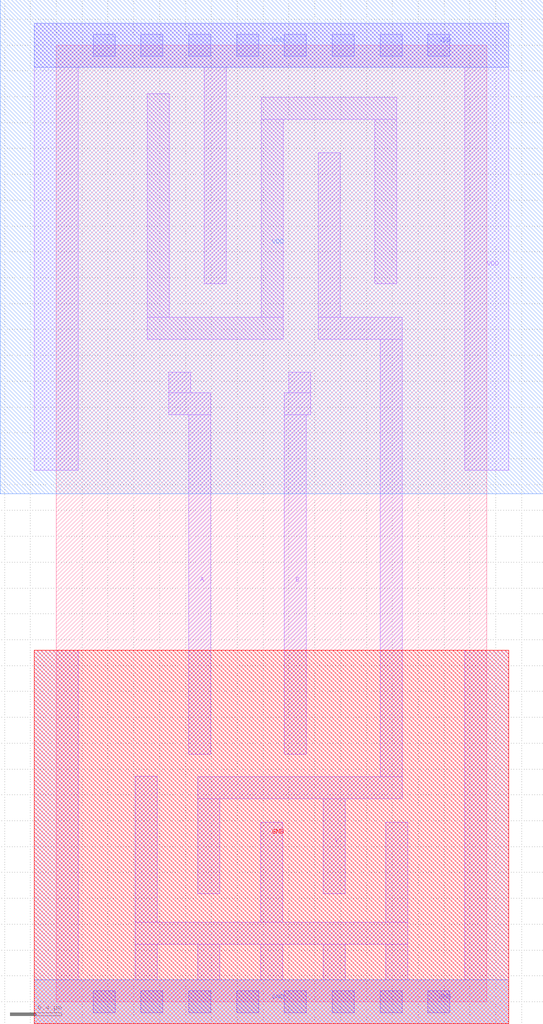
<source format=lef>
VERSION 5.7 ;
  NOWIREEXTENSIONATPIN ON ;
  DIVIDERCHAR "/" ;
  BUSBITCHARS "[]" ;
MACRO NOR2X1
  CLASS CORE ;
  FOREIGN NOR2X1 ;
  ORIGIN 0.000 0.000 ;
  SIZE 3.330 BY 7.400 ;
  SYMMETRY X Y R90 ;
  SITE unitrh ;
  PIN Y
    DIRECTION OUTPUT ;
    USE SIGNAL ;
    ANTENNADIFFAREA 0.963050 ;
    PORT
      LAYER li1 ;
        RECT 2.025 5.295 2.195 6.565 ;
        RECT 2.025 5.125 2.675 5.295 ;
        RECT 2.505 1.740 2.675 5.125 ;
        RECT 1.095 1.570 2.675 1.740 ;
        RECT 1.095 0.835 1.265 1.570 ;
        RECT 2.065 0.835 2.235 1.570 ;
    END
  END Y
  PIN A
    DIRECTION INPUT ;
    USE SIGNAL ;
    ANTENNAGATEAREA 1.027250 ;
    PORT
      LAYER li1 ;
        RECT 0.870 4.710 1.040 4.870 ;
        RECT 0.870 4.540 1.195 4.710 ;
        RECT 1.025 1.915 1.195 4.540 ;
    END
  END A
  PIN B
    DIRECTION INPUT ;
    USE SIGNAL ;
    ANTENNAGATEAREA 1.026450 ;
    PORT
      LAYER li1 ;
        RECT 1.800 4.710 1.970 4.870 ;
        RECT 1.765 4.540 1.970 4.710 ;
        RECT 1.765 1.915 1.935 4.540 ;
    END
  END B
  PIN VDD
    DIRECTION INOUT ;
    USE POWER ;
    SHAPE ABUTMENT ;
    PORT
      LAYER nwell ;
        RECT -0.435 3.930 3.765 7.750 ;
      LAYER li1 ;
        RECT -0.170 7.230 3.500 7.570 ;
        RECT -0.170 4.110 0.170 7.230 ;
        RECT 1.145 5.555 1.315 7.230 ;
        RECT 3.160 4.110 3.500 7.230 ;
      LAYER mcon ;
        RECT 0.285 7.315 0.455 7.485 ;
        RECT 0.655 7.315 0.825 7.485 ;
        RECT 1.025 7.315 1.195 7.485 ;
        RECT 1.395 7.315 1.565 7.485 ;
        RECT 1.765 7.315 1.935 7.485 ;
        RECT 2.135 7.315 2.305 7.485 ;
        RECT 2.505 7.315 2.675 7.485 ;
        RECT 2.875 7.315 3.045 7.485 ;
      LAYER met1 ;
        RECT -0.170 7.230 3.500 7.570 ;
    END
  END VDD
  PIN GND
    DIRECTION INOUT ;
    USE POWER ;
    SHAPE ABUTMENT ;
    PORT
      LAYER pwell ;
        RECT -0.170 -0.170 3.500 2.720 ;
      LAYER li1 ;
        RECT -0.170 0.170 0.170 2.720 ;
        RECT 0.610 0.615 0.780 1.745 ;
        RECT 1.580 0.615 1.750 1.390 ;
        RECT 2.550 0.615 2.720 1.390 ;
        RECT 0.610 0.445 2.720 0.615 ;
        RECT 0.610 0.170 0.780 0.445 ;
        RECT 1.095 0.170 1.265 0.445 ;
        RECT 1.580 0.170 1.750 0.445 ;
        RECT 2.065 0.170 2.235 0.445 ;
        RECT 2.550 0.170 2.720 0.445 ;
        RECT 3.160 0.170 3.500 2.720 ;
        RECT -0.170 -0.170 3.500 0.170 ;
      LAYER mcon ;
        RECT 0.285 -0.085 0.455 0.085 ;
        RECT 0.655 -0.085 0.825 0.085 ;
        RECT 1.025 -0.085 1.195 0.085 ;
        RECT 1.395 -0.085 1.565 0.085 ;
        RECT 1.765 -0.085 1.935 0.085 ;
        RECT 2.135 -0.085 2.305 0.085 ;
        RECT 2.505 -0.085 2.675 0.085 ;
        RECT 2.875 -0.085 3.045 0.085 ;
      LAYER met1 ;
        RECT -0.170 -0.170 3.500 0.170 ;
    END
  END GND
  OBS
      LAYER li1 ;
        RECT 0.705 5.295 0.875 7.025 ;
        RECT 1.585 6.825 2.635 6.995 ;
        RECT 1.585 5.295 1.755 6.825 ;
        RECT 2.465 5.555 2.635 6.825 ;
        RECT 0.705 5.125 1.755 5.295 ;
  END
END NOR2X1
END LIBRARY


</source>
